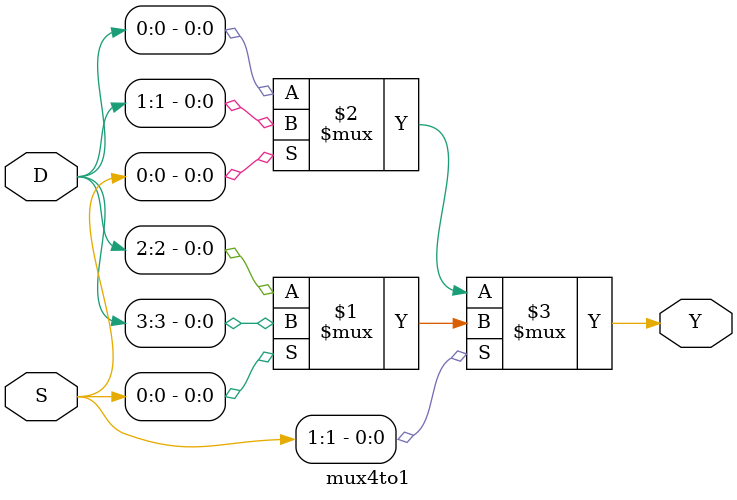
<source format=v>
/* n selectores para 2^n entradas de datos
   Por ejemplo:
   
   Si mi mux tiene n=2 selectores entonces voy a tener 2^n = 2^2 = 4
   señales de datos.
   
   Y SIEMPRE sólo 1 salida
   
*/

module mux4to1(input wire [1:0] S, input wire [3:0] D, output wire Y);
    
    assign Y = S[1] ? (S[0] ? D[3]:D[2]) : (S[0] ? D[1]:D[0]);
    /*
        if (S[1] == 1):
            if (S[0] == 1):
                Y = D[3]
            elif (S[0] == 0):
                Y = D[2]
        elif (S[1] == 0):
            if ((S[0] == 1):
                Y = D[1]
            elif (S[0] == 0):
                Y = D[0]
    */
    
endmodule

</source>
